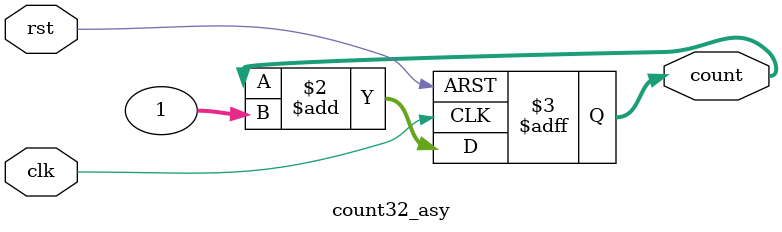
<source format=v>
`timescale 1ns / 1ps



module count32_asy(clk,rst,count);
input clk,rst;
output reg [31:0] count;
always@(posedge clk or posedge rst)
begin
if(rst)
count = 32'b0;
else
count = count + 1;
end
endmodule

</source>
